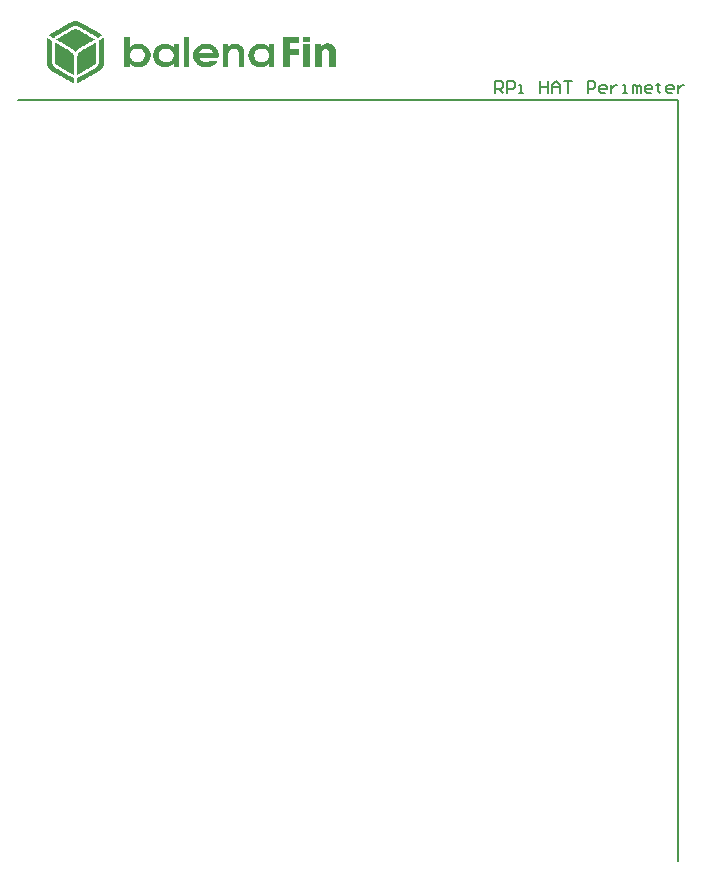
<source format=gto>
G04 Layer_Color=65535*
%FSLAX44Y44*%
%MOMM*%
G71*
G01*
G75*
%ADD11C,0.2000*%
G36*
X132935Y697384D02*
X134059D01*
Y697010D01*
X135183D01*
Y696635D01*
X135557D01*
Y696260D01*
X136307D01*
Y695886D01*
X136681D01*
Y695511D01*
X137056D01*
Y695136D01*
X137431D01*
Y694762D01*
X137806D01*
Y695136D01*
Y695511D01*
Y695886D01*
Y696260D01*
Y696635D01*
Y697010D01*
Y697384D01*
X142302D01*
Y697010D01*
Y696635D01*
Y696260D01*
Y695886D01*
Y695511D01*
Y695136D01*
Y694762D01*
Y694387D01*
Y694012D01*
Y693637D01*
Y693263D01*
Y692888D01*
Y692513D01*
Y692139D01*
Y691764D01*
Y691389D01*
Y691014D01*
Y690640D01*
Y690265D01*
Y689891D01*
Y689516D01*
Y689141D01*
Y688766D01*
Y688392D01*
Y688017D01*
Y687642D01*
Y687268D01*
Y686893D01*
Y686518D01*
Y686143D01*
Y685769D01*
Y685394D01*
Y685019D01*
Y684645D01*
Y684270D01*
Y683895D01*
Y683521D01*
Y683146D01*
Y682771D01*
Y682396D01*
Y682022D01*
Y681647D01*
Y681272D01*
Y680898D01*
Y680523D01*
Y680148D01*
Y679774D01*
Y679399D01*
Y679024D01*
Y678650D01*
Y678275D01*
X137806D01*
Y678650D01*
Y679024D01*
Y679399D01*
Y679774D01*
Y680148D01*
Y680523D01*
Y680898D01*
X137431D01*
Y680523D01*
X137056D01*
Y680148D01*
X136681D01*
Y679774D01*
X136307D01*
Y679399D01*
X135557D01*
Y679024D01*
X134808D01*
Y678650D01*
X134059D01*
Y678275D01*
X132935D01*
Y677900D01*
X128063D01*
Y678275D01*
X126939D01*
Y678650D01*
X125815D01*
Y679024D01*
X125066D01*
Y679399D01*
X124691D01*
Y679774D01*
X123942D01*
Y680148D01*
X123567D01*
Y680523D01*
X123192D01*
Y680898D01*
X122818D01*
Y681272D01*
X122443D01*
Y681647D01*
Y682022D01*
X122068D01*
Y682396D01*
X121694D01*
Y682771D01*
Y683146D01*
X121319D01*
Y683521D01*
Y683895D01*
X120944D01*
Y684270D01*
Y684645D01*
Y685019D01*
Y685394D01*
X120569D01*
Y685769D01*
Y686143D01*
Y686518D01*
Y686893D01*
Y687268D01*
Y687642D01*
Y688017D01*
Y688392D01*
Y688766D01*
Y689141D01*
Y689516D01*
Y689891D01*
Y690265D01*
X120944D01*
Y690640D01*
Y691014D01*
Y691389D01*
X121319D01*
Y691764D01*
Y692139D01*
Y692513D01*
X121694D01*
Y692888D01*
X122068D01*
Y693263D01*
Y693637D01*
X122443D01*
Y694012D01*
X122818D01*
Y694387D01*
X123192D01*
Y694762D01*
X123567D01*
Y695136D01*
X123942D01*
Y695511D01*
X124317D01*
Y695886D01*
X125066D01*
Y696260D01*
X125441D01*
Y696635D01*
X126190D01*
Y697010D01*
X126939D01*
Y697384D01*
X128438D01*
Y697759D01*
X132935D01*
Y697384D01*
D02*
G37*
G36*
X167781D02*
X169280D01*
Y697010D01*
X170030D01*
Y696635D01*
X170779D01*
Y696260D01*
X171528D01*
Y695886D01*
X171903D01*
Y695511D01*
X172278D01*
Y695136D01*
X172652D01*
Y694762D01*
X173402D01*
Y694387D01*
Y694012D01*
X173776D01*
Y693637D01*
X174151D01*
Y693263D01*
X174526D01*
Y692888D01*
Y692513D01*
X174901D01*
Y692139D01*
X175275D01*
Y691764D01*
Y691389D01*
Y691014D01*
X175650D01*
Y690640D01*
Y690265D01*
Y689891D01*
X176025D01*
Y689516D01*
Y689141D01*
Y688766D01*
Y688392D01*
Y688017D01*
Y687642D01*
Y687268D01*
Y686893D01*
Y686518D01*
Y686143D01*
X175650D01*
Y685769D01*
X159538D01*
Y685394D01*
X159913D01*
Y685019D01*
Y684645D01*
X160287D01*
Y684270D01*
Y683895D01*
X160662D01*
Y683521D01*
X161411D01*
Y683146D01*
X161786D01*
Y682771D01*
X162536D01*
Y682396D01*
X163660D01*
Y682022D01*
X167032D01*
Y682396D01*
X168156D01*
Y682771D01*
X168906D01*
Y683146D01*
X169655D01*
Y683521D01*
X174901D01*
Y683146D01*
Y682771D01*
X174526D01*
Y682396D01*
Y682022D01*
X174151D01*
Y681647D01*
X173776D01*
Y681272D01*
X173402D01*
Y680898D01*
X173027D01*
Y680523D01*
X172652D01*
Y680148D01*
X172278D01*
Y679774D01*
X171528D01*
Y679399D01*
X170779D01*
Y679024D01*
X170030D01*
Y678650D01*
X169280D01*
Y678275D01*
X167781D01*
Y677900D01*
X162536D01*
Y678275D01*
X161411D01*
Y678650D01*
X160287D01*
Y679024D01*
X159538D01*
Y679399D01*
X159163D01*
Y679774D01*
X158414D01*
Y680148D01*
X158039D01*
Y680523D01*
X157664D01*
Y680898D01*
X157290D01*
Y681272D01*
X156915D01*
Y681647D01*
X156540D01*
Y682022D01*
X156166D01*
Y682396D01*
Y682771D01*
X155791D01*
Y683146D01*
X155416D01*
Y683521D01*
Y683895D01*
X155042D01*
Y684270D01*
Y684645D01*
Y685019D01*
X154667D01*
Y685394D01*
Y685769D01*
Y686143D01*
Y686518D01*
Y686893D01*
X154292D01*
Y687268D01*
Y687642D01*
Y688017D01*
Y688392D01*
Y688766D01*
X154667D01*
Y689141D01*
Y689516D01*
Y689891D01*
Y690265D01*
Y690640D01*
X155042D01*
Y691014D01*
Y691389D01*
X155416D01*
Y691764D01*
Y692139D01*
X155791D01*
Y692513D01*
Y692888D01*
X156166D01*
Y693263D01*
X156540D01*
Y693637D01*
Y694012D01*
X156915D01*
Y694387D01*
X157290D01*
Y694762D01*
X157664D01*
Y695136D01*
X158414D01*
Y695511D01*
X158789D01*
Y695886D01*
X159163D01*
Y696260D01*
X159913D01*
Y696635D01*
X160662D01*
Y697010D01*
X161411D01*
Y697384D01*
X162910D01*
Y697759D01*
X167781D01*
Y697384D01*
D02*
G37*
G36*
X150920Y703380D02*
Y703005D01*
Y702630D01*
Y702255D01*
Y701881D01*
Y701506D01*
Y701131D01*
Y700757D01*
Y700382D01*
Y700007D01*
Y699633D01*
Y699258D01*
Y698883D01*
Y698509D01*
Y698134D01*
Y697759D01*
Y697384D01*
Y697010D01*
Y696635D01*
Y696260D01*
Y695886D01*
Y695511D01*
Y695136D01*
Y694762D01*
Y694387D01*
Y694012D01*
Y693637D01*
Y693263D01*
Y692888D01*
Y692513D01*
Y692139D01*
Y691764D01*
Y691389D01*
Y691014D01*
Y690640D01*
Y690265D01*
Y689891D01*
Y689516D01*
Y689141D01*
Y688766D01*
Y688392D01*
Y688017D01*
Y687642D01*
Y687268D01*
Y686893D01*
Y686518D01*
Y686143D01*
Y685769D01*
Y685394D01*
Y685019D01*
Y684645D01*
Y684270D01*
Y683895D01*
Y683521D01*
Y683146D01*
Y682771D01*
Y682396D01*
Y682022D01*
Y681647D01*
Y681272D01*
Y680898D01*
Y680523D01*
Y680148D01*
Y679774D01*
Y679399D01*
Y679024D01*
Y678650D01*
Y678275D01*
X146424D01*
Y678650D01*
Y679024D01*
Y679399D01*
Y679774D01*
Y680148D01*
Y680523D01*
Y680898D01*
Y681272D01*
Y681647D01*
Y682022D01*
Y682396D01*
Y682771D01*
Y683146D01*
Y683521D01*
Y683895D01*
Y684270D01*
Y684645D01*
Y685019D01*
Y685394D01*
Y685769D01*
Y686143D01*
Y686518D01*
Y686893D01*
Y687268D01*
Y687642D01*
Y688017D01*
Y688392D01*
Y688766D01*
Y689141D01*
Y689516D01*
Y689891D01*
Y690265D01*
Y690640D01*
Y691014D01*
Y691389D01*
Y691764D01*
Y692139D01*
Y692513D01*
Y692888D01*
Y693263D01*
Y693637D01*
Y694012D01*
Y694387D01*
Y694762D01*
Y695136D01*
Y695511D01*
Y695886D01*
Y696260D01*
Y696635D01*
Y697010D01*
Y697384D01*
Y697759D01*
Y698134D01*
Y698509D01*
Y698883D01*
Y699258D01*
Y699633D01*
Y700007D01*
Y700382D01*
Y700757D01*
Y701131D01*
Y701506D01*
Y701881D01*
Y702255D01*
Y702630D01*
Y703005D01*
Y703380D01*
Y703754D01*
X150920D01*
Y703380D01*
D02*
G37*
G36*
X244219D02*
Y703005D01*
Y702630D01*
Y702255D01*
Y701881D01*
Y701506D01*
Y701131D01*
Y700757D01*
Y700382D01*
Y700007D01*
Y699633D01*
Y699258D01*
Y698883D01*
Y698509D01*
Y698134D01*
X236726D01*
Y697759D01*
Y697384D01*
Y697010D01*
Y696635D01*
Y696260D01*
Y695886D01*
Y695511D01*
Y695136D01*
Y694762D01*
Y694387D01*
Y694012D01*
Y693637D01*
X243845D01*
Y693263D01*
Y692888D01*
Y692513D01*
Y692139D01*
Y691764D01*
Y691389D01*
Y691014D01*
Y690640D01*
Y690265D01*
Y689891D01*
Y689516D01*
Y689141D01*
Y688766D01*
Y688392D01*
Y688017D01*
X236726D01*
Y687642D01*
Y687268D01*
Y686893D01*
Y686518D01*
Y686143D01*
Y685769D01*
Y685394D01*
Y685019D01*
Y684645D01*
Y684270D01*
Y683895D01*
Y683521D01*
Y683146D01*
Y682771D01*
Y682396D01*
Y682022D01*
Y681647D01*
Y681272D01*
Y680898D01*
Y680523D01*
Y680148D01*
Y679774D01*
Y679399D01*
Y679024D01*
Y678650D01*
Y678275D01*
X230356D01*
Y678650D01*
Y679024D01*
Y679399D01*
Y679774D01*
Y680148D01*
Y680523D01*
Y680898D01*
Y681272D01*
Y681647D01*
Y682022D01*
Y682396D01*
Y682771D01*
Y683146D01*
Y683521D01*
Y683895D01*
Y684270D01*
Y684645D01*
Y685019D01*
Y685394D01*
Y685769D01*
Y686143D01*
Y686518D01*
Y686893D01*
Y687268D01*
Y687642D01*
Y688017D01*
Y688392D01*
Y688766D01*
Y689141D01*
Y689516D01*
Y689891D01*
Y690265D01*
Y690640D01*
Y691014D01*
Y691389D01*
Y691764D01*
Y692139D01*
Y692513D01*
Y692888D01*
Y693263D01*
Y693637D01*
Y694012D01*
Y694387D01*
Y694762D01*
Y695136D01*
Y695511D01*
Y695886D01*
Y696260D01*
Y696635D01*
Y697010D01*
Y697384D01*
Y697759D01*
Y698134D01*
Y698509D01*
Y698883D01*
Y699258D01*
Y699633D01*
Y700007D01*
Y700382D01*
Y700757D01*
Y701131D01*
Y701506D01*
Y701881D01*
Y702255D01*
Y702630D01*
Y703005D01*
Y703380D01*
Y703754D01*
X244219D01*
Y703380D01*
D02*
G37*
G36*
X213869Y697384D02*
X214993D01*
Y697010D01*
X215742D01*
Y696635D01*
X216492D01*
Y696260D01*
X216867D01*
Y695886D01*
X217616D01*
Y695511D01*
X217991D01*
Y695136D01*
X218365D01*
Y694762D01*
X218740D01*
Y695136D01*
Y695511D01*
Y695886D01*
Y696260D01*
Y696635D01*
Y697010D01*
Y697384D01*
X223237D01*
Y697010D01*
Y696635D01*
Y696260D01*
Y695886D01*
Y695511D01*
Y695136D01*
Y694762D01*
Y694387D01*
Y694012D01*
Y693637D01*
Y693263D01*
Y692888D01*
Y692513D01*
Y692139D01*
Y691764D01*
Y691389D01*
Y691014D01*
Y690640D01*
Y690265D01*
Y689891D01*
Y689516D01*
Y689141D01*
Y688766D01*
Y688392D01*
Y688017D01*
Y687642D01*
Y687268D01*
Y686893D01*
Y686518D01*
Y686143D01*
Y685769D01*
Y685394D01*
Y685019D01*
Y684645D01*
Y684270D01*
Y683895D01*
Y683521D01*
Y683146D01*
Y682771D01*
Y682396D01*
Y682022D01*
Y681647D01*
Y681272D01*
Y680898D01*
Y680523D01*
Y680148D01*
Y679774D01*
Y679399D01*
Y679024D01*
Y678650D01*
Y678275D01*
X218740D01*
Y678650D01*
Y679024D01*
Y679399D01*
Y679774D01*
Y680148D01*
Y680523D01*
Y680898D01*
X218365D01*
Y680523D01*
X217991D01*
Y680148D01*
X217616D01*
Y679774D01*
X217241D01*
Y679399D01*
X216492D01*
Y679024D01*
X215742D01*
Y678650D01*
X214993D01*
Y678275D01*
X213869D01*
Y677900D01*
X208998D01*
Y678275D01*
X207499D01*
Y678650D01*
X206750D01*
Y679024D01*
X206000D01*
Y679399D01*
X205626D01*
Y679774D01*
X204876D01*
Y680148D01*
X204502D01*
Y680523D01*
X204127D01*
Y680898D01*
X203752D01*
Y681272D01*
X203377D01*
Y681647D01*
X203003D01*
Y682022D01*
Y682396D01*
X202628D01*
Y682771D01*
Y683146D01*
X202253D01*
Y683521D01*
Y683895D01*
X201879D01*
Y684270D01*
Y684645D01*
Y685019D01*
X201504D01*
Y685394D01*
Y685769D01*
Y686143D01*
Y686518D01*
Y686893D01*
X201129D01*
Y687268D01*
Y687642D01*
Y688017D01*
Y688392D01*
Y688766D01*
X201504D01*
Y689141D01*
Y689516D01*
Y689891D01*
Y690265D01*
Y690640D01*
X201879D01*
Y691014D01*
Y691389D01*
Y691764D01*
X202253D01*
Y692139D01*
Y692513D01*
X202628D01*
Y692888D01*
Y693263D01*
X203003D01*
Y693637D01*
X203377D01*
Y694012D01*
X203752D01*
Y694387D01*
X204127D01*
Y694762D01*
X204502D01*
Y695136D01*
X204876D01*
Y695511D01*
X205251D01*
Y695886D01*
X205626D01*
Y696260D01*
X206375D01*
Y696635D01*
X207125D01*
Y697010D01*
X207874D01*
Y697384D01*
X209373D01*
Y697759D01*
X213869D01*
Y697384D01*
D02*
G37*
G36*
X78604Y701881D02*
Y701506D01*
Y701131D01*
Y700757D01*
Y700382D01*
Y700007D01*
Y699633D01*
Y699258D01*
Y698883D01*
Y698509D01*
Y698134D01*
Y697759D01*
Y697384D01*
Y697010D01*
Y696635D01*
Y696260D01*
Y695886D01*
Y695511D01*
Y695136D01*
Y694762D01*
Y694387D01*
Y694012D01*
Y693637D01*
Y693263D01*
Y692888D01*
Y692513D01*
Y692139D01*
Y691764D01*
Y691389D01*
Y691014D01*
Y690640D01*
Y690265D01*
Y689891D01*
Y689516D01*
Y689141D01*
Y688766D01*
Y688392D01*
Y688017D01*
Y687642D01*
Y687268D01*
Y686893D01*
Y686518D01*
Y686143D01*
Y685769D01*
Y685394D01*
Y685019D01*
Y684645D01*
Y684270D01*
Y683895D01*
Y683521D01*
Y683146D01*
Y682771D01*
Y682396D01*
Y682022D01*
Y681647D01*
Y681272D01*
Y680898D01*
Y680523D01*
Y680148D01*
Y679774D01*
Y679399D01*
Y679024D01*
X78229D01*
Y678650D01*
Y678275D01*
Y677900D01*
X77854D01*
Y677525D01*
X77479D01*
Y677151D01*
Y676776D01*
X77105D01*
Y676401D01*
X76730D01*
Y676027D01*
X76355D01*
Y675652D01*
X75981D01*
Y675277D01*
X75606D01*
Y674903D01*
X74857D01*
Y674528D01*
X74107D01*
Y674153D01*
X73732D01*
Y673779D01*
X72983D01*
Y673404D01*
X72234D01*
Y673029D01*
X71484D01*
Y672654D01*
X71109D01*
Y672280D01*
X70360D01*
Y671905D01*
X69611D01*
Y671530D01*
X69236D01*
Y671156D01*
X68487D01*
Y670781D01*
X67737D01*
Y670406D01*
X66988D01*
Y670032D01*
X66613D01*
Y669657D01*
X65864D01*
Y669282D01*
X65114D01*
Y668907D01*
X64365D01*
Y668533D01*
X63990D01*
Y668158D01*
X63241D01*
Y667783D01*
X62491D01*
Y667409D01*
X61742D01*
Y667034D01*
X61367D01*
Y666659D01*
X60618D01*
Y666284D01*
X59869D01*
Y665910D01*
X59119D01*
Y665535D01*
X58745D01*
Y665161D01*
X57995D01*
Y664786D01*
X56871D01*
Y664411D01*
X56122D01*
Y664786D01*
Y665161D01*
Y665535D01*
Y665910D01*
Y666284D01*
Y666659D01*
Y667034D01*
Y667409D01*
Y667783D01*
Y668158D01*
Y668533D01*
Y668907D01*
X57246D01*
Y669282D01*
X57995D01*
Y669657D01*
X58745D01*
Y670032D01*
X59494D01*
Y670406D01*
X60243D01*
Y670781D01*
X60618D01*
Y671156D01*
X61367D01*
Y671530D01*
X62117D01*
Y671905D01*
X62866D01*
Y672280D01*
X63241D01*
Y672654D01*
X63990D01*
Y673029D01*
X64740D01*
Y673404D01*
X65489D01*
Y673779D01*
X65864D01*
Y674153D01*
X66613D01*
Y674528D01*
X67363D01*
Y674903D01*
X68112D01*
Y675277D01*
X68487D01*
Y675652D01*
X69236D01*
Y676027D01*
X69985D01*
Y676401D01*
X70360D01*
Y676776D01*
X71109D01*
Y677151D01*
X71859D01*
Y677525D01*
X72234D01*
Y677900D01*
X72608D01*
Y678275D01*
X72983D01*
Y678650D01*
X73358D01*
Y679024D01*
X73732D01*
Y679399D01*
Y679774D01*
X74107D01*
Y680148D01*
Y680523D01*
X74482D01*
Y680898D01*
Y681272D01*
Y681647D01*
X74857D01*
Y682022D01*
Y682396D01*
Y682771D01*
Y683146D01*
Y683521D01*
Y683895D01*
Y684270D01*
Y684645D01*
Y685019D01*
Y685394D01*
Y685769D01*
Y686143D01*
Y686518D01*
Y686893D01*
Y687268D01*
Y687642D01*
Y688017D01*
Y688392D01*
Y688766D01*
Y689141D01*
Y689516D01*
Y689891D01*
Y690265D01*
Y690640D01*
Y691014D01*
Y691389D01*
Y691764D01*
Y692139D01*
Y692513D01*
Y692888D01*
Y693263D01*
Y693637D01*
Y694012D01*
Y694387D01*
Y694762D01*
Y695136D01*
Y695511D01*
Y695886D01*
Y696260D01*
Y696635D01*
Y697010D01*
Y697384D01*
Y697759D01*
Y698134D01*
Y698509D01*
Y698883D01*
Y699258D01*
X74482D01*
Y699633D01*
Y700007D01*
Y700382D01*
X74857D01*
Y700757D01*
X75606D01*
Y701131D01*
X76355D01*
Y701506D01*
X77105D01*
Y701881D01*
X77479D01*
Y702255D01*
X78604D01*
Y701881D01*
D02*
G37*
G36*
X31766D02*
X32516D01*
Y701506D01*
X33265D01*
Y701131D01*
X34015D01*
Y700757D01*
X34389D01*
Y700382D01*
X35139D01*
Y700007D01*
Y699633D01*
X34764D01*
Y699258D01*
Y698883D01*
Y698509D01*
Y698134D01*
Y697759D01*
Y697384D01*
Y697010D01*
Y696635D01*
Y696260D01*
Y695886D01*
Y695511D01*
Y695136D01*
Y694762D01*
Y694387D01*
Y694012D01*
Y693637D01*
Y693263D01*
Y692888D01*
Y692513D01*
Y692139D01*
Y691764D01*
Y691389D01*
Y691014D01*
Y690640D01*
Y690265D01*
Y689891D01*
Y689516D01*
Y689141D01*
Y688766D01*
Y688392D01*
Y688017D01*
Y687642D01*
Y687268D01*
Y686893D01*
Y686518D01*
Y686143D01*
Y685769D01*
Y685394D01*
Y685019D01*
Y684645D01*
Y684270D01*
Y683895D01*
Y683521D01*
Y683146D01*
Y682771D01*
Y682396D01*
Y682022D01*
Y681647D01*
X35139D01*
Y681272D01*
Y680898D01*
Y680523D01*
X35513D01*
Y680148D01*
Y679774D01*
X35888D01*
Y679399D01*
Y679024D01*
X36263D01*
Y678650D01*
X36637D01*
Y678275D01*
X37012D01*
Y677900D01*
X37387D01*
Y677525D01*
X37761D01*
Y677151D01*
X38511D01*
Y676776D01*
X38886D01*
Y676401D01*
X39635D01*
Y676027D01*
X40384D01*
Y675652D01*
X41134D01*
Y675277D01*
X41508D01*
Y674903D01*
X42258D01*
Y674528D01*
X43007D01*
Y674153D01*
X43382D01*
Y673779D01*
X44131D01*
Y673404D01*
X44881D01*
Y673029D01*
X45630D01*
Y672654D01*
X46005D01*
Y672280D01*
X46754D01*
Y671905D01*
X47504D01*
Y671530D01*
X48253D01*
Y671156D01*
X48628D01*
Y670781D01*
X49377D01*
Y670406D01*
X50127D01*
Y670032D01*
X50876D01*
Y669657D01*
X51251D01*
Y669282D01*
X52375D01*
Y668907D01*
X53499D01*
Y668533D01*
Y668158D01*
Y667783D01*
Y667409D01*
Y667034D01*
Y666659D01*
Y666284D01*
Y665910D01*
Y665535D01*
Y665161D01*
Y664786D01*
Y664411D01*
X52375D01*
Y664786D01*
X51625D01*
Y665161D01*
X50876D01*
Y665535D01*
X50127D01*
Y665910D01*
X49752D01*
Y666284D01*
X49002D01*
Y666659D01*
X48253D01*
Y667034D01*
X47504D01*
Y667409D01*
X47129D01*
Y667783D01*
X46380D01*
Y668158D01*
X45630D01*
Y668533D01*
X44881D01*
Y668907D01*
X44506D01*
Y669282D01*
X43757D01*
Y669657D01*
X43007D01*
Y670032D01*
X42633D01*
Y670406D01*
X41883D01*
Y670781D01*
X41134D01*
Y671156D01*
X40384D01*
Y671530D01*
X40010D01*
Y671905D01*
X39260D01*
Y672280D01*
X38511D01*
Y672654D01*
X37761D01*
Y673029D01*
X37387D01*
Y673404D01*
X36637D01*
Y673779D01*
X35888D01*
Y674153D01*
X35139D01*
Y674528D01*
X34764D01*
Y674903D01*
X34015D01*
Y675277D01*
X33640D01*
Y675652D01*
X33265D01*
Y676027D01*
X32891D01*
Y676401D01*
X32516D01*
Y676776D01*
X32141D01*
Y677151D01*
X31766D01*
Y677525D01*
Y677900D01*
X31392D01*
Y678275D01*
Y678650D01*
Y679024D01*
X31017D01*
Y679399D01*
Y679774D01*
Y680148D01*
Y680523D01*
Y680898D01*
X30642D01*
Y681272D01*
Y681647D01*
Y682022D01*
Y682396D01*
Y682771D01*
Y683146D01*
Y683521D01*
Y683895D01*
Y684270D01*
Y684645D01*
Y685019D01*
Y685394D01*
Y685769D01*
Y686143D01*
Y686518D01*
Y686893D01*
Y687268D01*
Y687642D01*
Y688017D01*
Y688392D01*
Y688766D01*
Y689141D01*
Y689516D01*
Y689891D01*
Y690265D01*
Y690640D01*
Y691014D01*
Y691389D01*
Y691764D01*
Y692139D01*
Y692513D01*
Y692888D01*
Y693263D01*
Y693637D01*
Y694012D01*
Y694387D01*
Y694762D01*
Y695136D01*
Y695511D01*
Y695886D01*
Y696260D01*
Y696635D01*
Y697010D01*
Y697384D01*
Y697759D01*
Y698134D01*
Y698509D01*
Y698883D01*
Y699258D01*
Y699633D01*
Y700007D01*
Y700382D01*
X31017D01*
Y700757D01*
Y701131D01*
Y701506D01*
Y701881D01*
Y702255D01*
X31766D01*
Y701881D01*
D02*
G37*
G36*
X37761Y698509D02*
X38511D01*
Y698134D01*
X38886D01*
Y697759D01*
X39635D01*
Y697384D01*
X40384D01*
Y697010D01*
X41134D01*
Y696635D01*
X41508D01*
Y696260D01*
X42258D01*
Y695886D01*
X43007D01*
Y695511D01*
X43757D01*
Y695136D01*
X44131D01*
Y694762D01*
X44881D01*
Y694387D01*
X45630D01*
Y694012D01*
X46005D01*
Y693637D01*
X46754D01*
Y693263D01*
X47504D01*
Y692888D01*
X48253D01*
Y692513D01*
X48628D01*
Y692139D01*
X49377D01*
Y691764D01*
X50127D01*
Y691389D01*
X50501D01*
Y691014D01*
X50876D01*
Y690640D01*
X51251D01*
Y690265D01*
X51625D01*
Y689891D01*
X52000D01*
Y689516D01*
X52375D01*
Y689141D01*
X52749D01*
Y688766D01*
Y688392D01*
X53124D01*
Y688017D01*
Y687642D01*
Y687268D01*
X53499D01*
Y686893D01*
Y686518D01*
Y686143D01*
Y685769D01*
Y685394D01*
Y685019D01*
Y684645D01*
Y684270D01*
Y683895D01*
Y683521D01*
Y683146D01*
Y682771D01*
Y682396D01*
Y682022D01*
Y681647D01*
Y681272D01*
Y680898D01*
Y680523D01*
Y680148D01*
Y679774D01*
Y679399D01*
Y679024D01*
Y678650D01*
Y678275D01*
Y677900D01*
Y677525D01*
Y677151D01*
Y676776D01*
Y676401D01*
Y676027D01*
Y675652D01*
Y675277D01*
Y674903D01*
Y674528D01*
Y674153D01*
Y673779D01*
Y673404D01*
Y673029D01*
Y672654D01*
Y672280D01*
Y671905D01*
Y671530D01*
X52749D01*
Y671905D01*
X52000D01*
Y672280D01*
X51251D01*
Y672654D01*
X50501D01*
Y673029D01*
X50127D01*
Y673404D01*
X49377D01*
Y673779D01*
X48628D01*
Y674153D01*
X47878D01*
Y674528D01*
X47504D01*
Y674903D01*
X46754D01*
Y675277D01*
X46005D01*
Y675652D01*
X45255D01*
Y676027D01*
X44881D01*
Y676401D01*
X44131D01*
Y676776D01*
X43382D01*
Y677151D01*
X43007D01*
Y677525D01*
X42258D01*
Y677900D01*
X41508D01*
Y678275D01*
X40759D01*
Y678650D01*
X40384D01*
Y679024D01*
X39635D01*
Y679399D01*
X38886D01*
Y679774D01*
X38511D01*
Y680148D01*
X38136D01*
Y680523D01*
Y680898D01*
X37761D01*
Y681272D01*
Y681647D01*
X37387D01*
Y682022D01*
Y682396D01*
Y682771D01*
Y683146D01*
X37012D01*
Y683521D01*
Y683895D01*
Y684270D01*
Y684645D01*
Y685019D01*
Y685394D01*
Y685769D01*
Y686143D01*
Y686518D01*
Y686893D01*
Y687268D01*
Y687642D01*
Y688017D01*
Y688392D01*
Y688766D01*
Y689141D01*
Y689516D01*
Y689891D01*
Y690265D01*
Y690640D01*
Y691014D01*
Y691389D01*
Y691764D01*
Y692139D01*
Y692513D01*
Y692888D01*
Y693263D01*
Y693637D01*
Y694012D01*
Y694387D01*
Y694762D01*
Y695136D01*
Y695511D01*
Y695886D01*
Y696260D01*
Y696635D01*
Y697010D01*
Y697384D01*
Y697759D01*
Y698134D01*
X37387D01*
Y698509D01*
Y698883D01*
X37761D01*
Y698509D01*
D02*
G37*
G36*
X101085Y703380D02*
Y703005D01*
Y702630D01*
Y702255D01*
Y701881D01*
Y701506D01*
Y701131D01*
Y700757D01*
Y700382D01*
Y700007D01*
Y699633D01*
Y699258D01*
Y698883D01*
Y698509D01*
Y698134D01*
Y697759D01*
Y697384D01*
Y697010D01*
Y696635D01*
Y696260D01*
Y695886D01*
Y695511D01*
Y695136D01*
X101460D01*
Y695511D01*
X101835D01*
Y695886D01*
X102209D01*
Y696260D01*
X102959D01*
Y696635D01*
X103334D01*
Y697010D01*
X104458D01*
Y697384D01*
X105582D01*
Y697759D01*
X110453D01*
Y697384D01*
X111577D01*
Y697010D01*
X112326D01*
Y696635D01*
X113076D01*
Y696260D01*
X113825D01*
Y695886D01*
X114200D01*
Y695511D01*
X114574D01*
Y695136D01*
X115324D01*
Y694762D01*
X115698D01*
Y694387D01*
Y694012D01*
X116073D01*
Y693637D01*
X116448D01*
Y693263D01*
X116823D01*
Y692888D01*
Y692513D01*
X117197D01*
Y692139D01*
Y691764D01*
X117572D01*
Y691389D01*
Y691014D01*
X117947D01*
Y690640D01*
Y690265D01*
Y689891D01*
Y689516D01*
X118321D01*
Y689141D01*
Y688766D01*
Y688392D01*
Y688017D01*
Y687642D01*
Y687268D01*
Y686893D01*
Y686518D01*
Y686143D01*
X117947D01*
Y685769D01*
Y685394D01*
Y685019D01*
Y684645D01*
X117572D01*
Y684270D01*
Y683895D01*
X117197D01*
Y683521D01*
Y683146D01*
X116823D01*
Y682771D01*
Y682396D01*
X116448D01*
Y682022D01*
Y681647D01*
X116073D01*
Y681272D01*
X115698D01*
Y680898D01*
X115324D01*
Y680523D01*
X114949D01*
Y680148D01*
X114574D01*
Y679774D01*
X114200D01*
Y679399D01*
X113450D01*
Y679024D01*
X112701D01*
Y678650D01*
X111952D01*
Y678275D01*
X110453D01*
Y677900D01*
X105582D01*
Y678275D01*
X104458D01*
Y678650D01*
X103334D01*
Y679024D01*
X102959D01*
Y679399D01*
X102209D01*
Y679774D01*
X101835D01*
Y680148D01*
X101460D01*
Y680523D01*
X101085D01*
Y680898D01*
X100711D01*
Y680523D01*
Y680148D01*
Y679774D01*
Y679399D01*
Y679024D01*
Y678650D01*
Y678275D01*
X96214D01*
Y678650D01*
Y679024D01*
Y679399D01*
Y679774D01*
Y680148D01*
Y680523D01*
Y680898D01*
Y681272D01*
Y681647D01*
Y682022D01*
Y682396D01*
Y682771D01*
Y683146D01*
Y683521D01*
Y683895D01*
Y684270D01*
Y684645D01*
Y685019D01*
Y685394D01*
Y685769D01*
Y686143D01*
Y686518D01*
Y686893D01*
Y687268D01*
Y687642D01*
Y688017D01*
Y688392D01*
Y688766D01*
Y689141D01*
Y689516D01*
Y689891D01*
Y690265D01*
Y690640D01*
Y691014D01*
Y691389D01*
Y691764D01*
Y692139D01*
Y692513D01*
Y692888D01*
Y693263D01*
Y693637D01*
Y694012D01*
Y694387D01*
Y694762D01*
Y695136D01*
Y695511D01*
Y695886D01*
Y696260D01*
Y696635D01*
Y697010D01*
Y697384D01*
Y697759D01*
Y698134D01*
Y698509D01*
Y698883D01*
Y699258D01*
Y699633D01*
Y700007D01*
Y700382D01*
Y700757D01*
Y701131D01*
Y701506D01*
Y701881D01*
Y702255D01*
Y702630D01*
Y703005D01*
Y703380D01*
Y703754D01*
X101085D01*
Y703380D01*
D02*
G37*
G36*
X72234Y698509D02*
Y698134D01*
Y697759D01*
Y697384D01*
Y697010D01*
Y696635D01*
Y696260D01*
Y695886D01*
Y695511D01*
Y695136D01*
Y694762D01*
Y694387D01*
Y694012D01*
Y693637D01*
Y693263D01*
Y692888D01*
Y692513D01*
Y692139D01*
Y691764D01*
Y691389D01*
Y691014D01*
Y690640D01*
Y690265D01*
Y689891D01*
Y689516D01*
Y689141D01*
Y688766D01*
Y688392D01*
Y688017D01*
Y687642D01*
Y687268D01*
Y686893D01*
Y686518D01*
Y686143D01*
Y685769D01*
Y685394D01*
Y685019D01*
Y684645D01*
Y684270D01*
Y683895D01*
Y683521D01*
Y683146D01*
Y682771D01*
Y682396D01*
Y682022D01*
Y681647D01*
X71859D01*
Y681272D01*
Y680898D01*
X71484D01*
Y680523D01*
X71109D01*
Y680148D01*
Y679774D01*
X70360D01*
Y679399D01*
X69985D01*
Y679024D01*
X69236D01*
Y678650D01*
X68861D01*
Y678275D01*
X68112D01*
Y677900D01*
X67363D01*
Y677525D01*
X66613D01*
Y677151D01*
X66238D01*
Y676776D01*
X65489D01*
Y676401D01*
X64740D01*
Y676027D01*
X63990D01*
Y675652D01*
X63616D01*
Y675277D01*
X62866D01*
Y674903D01*
X62117D01*
Y674528D01*
X61367D01*
Y674153D01*
X60993D01*
Y673779D01*
X60243D01*
Y673404D01*
X59494D01*
Y673029D01*
X58745D01*
Y672654D01*
X58370D01*
Y672280D01*
X57621D01*
Y671905D01*
X56871D01*
Y671530D01*
X56122D01*
Y671905D01*
Y672280D01*
Y672654D01*
Y673029D01*
Y673404D01*
Y673779D01*
Y674153D01*
Y674528D01*
Y674903D01*
Y675277D01*
Y675652D01*
Y676027D01*
Y676401D01*
Y676776D01*
Y677151D01*
Y677525D01*
Y677900D01*
Y678275D01*
Y678650D01*
Y679024D01*
Y679399D01*
Y679774D01*
Y680148D01*
Y680523D01*
Y680898D01*
Y681272D01*
Y681647D01*
Y682022D01*
Y682396D01*
Y682771D01*
Y683146D01*
Y683521D01*
Y683895D01*
Y684270D01*
Y684645D01*
Y685019D01*
Y685394D01*
Y685769D01*
Y686143D01*
Y686518D01*
Y686893D01*
Y687268D01*
Y687642D01*
X56496D01*
Y688017D01*
Y688392D01*
X56871D01*
Y688766D01*
Y689141D01*
X57246D01*
Y689516D01*
Y689891D01*
X57621D01*
Y690265D01*
X57995D01*
Y690640D01*
X58370D01*
Y691014D01*
X59119D01*
Y691389D01*
X59494D01*
Y691764D01*
X60243D01*
Y692139D01*
X60618D01*
Y692513D01*
X61367D01*
Y692888D01*
X62117D01*
Y693263D01*
X62866D01*
Y693637D01*
X63241D01*
Y694012D01*
X63990D01*
Y694387D01*
X64740D01*
Y694762D01*
X65114D01*
Y695136D01*
X65864D01*
Y695511D01*
X66613D01*
Y695886D01*
X67363D01*
Y696260D01*
X67737D01*
Y696635D01*
X68487D01*
Y697010D01*
X69236D01*
Y697384D01*
X69985D01*
Y697759D01*
X70360D01*
Y698134D01*
X71109D01*
Y698509D01*
X71859D01*
Y698883D01*
X72234D01*
Y698509D01*
D02*
G37*
G36*
X269324Y697759D02*
X270823D01*
Y697384D01*
X271947D01*
Y697010D01*
X272322D01*
Y696635D01*
X273071D01*
Y696260D01*
X273446D01*
Y695886D01*
Y695511D01*
X273821D01*
Y695136D01*
X274195D01*
Y694762D01*
Y694387D01*
X274570D01*
Y694012D01*
Y693637D01*
X274945D01*
Y693263D01*
Y692888D01*
Y692513D01*
Y692139D01*
Y691764D01*
Y691389D01*
X275319D01*
Y691014D01*
Y690640D01*
Y690265D01*
Y689891D01*
Y689516D01*
Y689141D01*
Y688766D01*
Y688392D01*
Y688017D01*
Y687642D01*
Y687268D01*
Y686893D01*
Y686518D01*
Y686143D01*
Y685769D01*
Y685394D01*
Y685019D01*
Y684645D01*
Y684270D01*
Y683895D01*
Y683521D01*
Y683146D01*
Y682771D01*
Y682396D01*
Y682022D01*
Y681647D01*
Y681272D01*
Y680898D01*
Y680523D01*
Y680148D01*
Y679774D01*
Y679399D01*
Y679024D01*
Y678650D01*
Y678275D01*
X269699D01*
Y678650D01*
Y679024D01*
Y679399D01*
Y679774D01*
Y680148D01*
Y680523D01*
Y680898D01*
Y681272D01*
Y681647D01*
Y682022D01*
Y682396D01*
Y682771D01*
Y683146D01*
Y683521D01*
Y683895D01*
Y684270D01*
Y684645D01*
Y685019D01*
Y685394D01*
Y685769D01*
Y686143D01*
Y686518D01*
Y686893D01*
Y687268D01*
Y687642D01*
Y688017D01*
Y688392D01*
Y688766D01*
Y689141D01*
Y689516D01*
Y689891D01*
Y690265D01*
X269324D01*
Y690640D01*
Y691014D01*
Y691389D01*
X268950D01*
Y691764D01*
Y692139D01*
X268575D01*
Y692513D01*
X267451D01*
Y692888D01*
X265203D01*
Y692513D01*
X264453D01*
Y692139D01*
X264079D01*
Y691764D01*
X263704D01*
Y691389D01*
Y691014D01*
X263329D01*
Y690640D01*
Y690265D01*
Y689891D01*
Y689516D01*
Y689141D01*
Y688766D01*
Y688392D01*
Y688017D01*
Y687642D01*
Y687268D01*
Y686893D01*
Y686518D01*
Y686143D01*
Y685769D01*
Y685394D01*
Y685019D01*
Y684645D01*
Y684270D01*
Y683895D01*
Y683521D01*
Y683146D01*
Y682771D01*
Y682396D01*
Y682022D01*
Y681647D01*
Y681272D01*
Y680898D01*
Y680523D01*
Y680148D01*
Y679774D01*
Y679399D01*
Y679024D01*
Y678650D01*
Y678275D01*
X257709D01*
Y678650D01*
Y679024D01*
Y679399D01*
Y679774D01*
Y680148D01*
Y680523D01*
Y680898D01*
Y681272D01*
Y681647D01*
Y682022D01*
Y682396D01*
Y682771D01*
Y683146D01*
Y683521D01*
Y683895D01*
Y684270D01*
Y684645D01*
Y685019D01*
Y685394D01*
Y685769D01*
Y686143D01*
Y686518D01*
Y686893D01*
Y687268D01*
Y687642D01*
Y688017D01*
Y688392D01*
Y688766D01*
Y689141D01*
Y689516D01*
Y689891D01*
Y690265D01*
Y690640D01*
Y691014D01*
Y691389D01*
Y691764D01*
Y692139D01*
Y692513D01*
Y692888D01*
Y693263D01*
Y693637D01*
Y694012D01*
Y694387D01*
Y694762D01*
Y695136D01*
Y695511D01*
Y695886D01*
Y696260D01*
Y696635D01*
Y697010D01*
Y697384D01*
X262580D01*
Y697010D01*
Y696635D01*
Y696260D01*
Y695886D01*
Y695511D01*
X263329D01*
Y695886D01*
X263704D01*
Y696260D01*
Y696635D01*
X264453D01*
Y697010D01*
X264828D01*
Y697384D01*
X265577D01*
Y697759D01*
X267076D01*
Y698134D01*
X269324D01*
Y697759D01*
D02*
G37*
G36*
X191762Y697384D02*
X192886D01*
Y697010D01*
X193635D01*
Y696635D01*
X194385D01*
Y696260D01*
X195134D01*
Y695886D01*
X195509D01*
Y695511D01*
X195884D01*
Y695136D01*
X196258D01*
Y694762D01*
X196633D01*
Y694387D01*
Y694012D01*
X197008D01*
Y693637D01*
Y693263D01*
X197382D01*
Y692888D01*
Y692513D01*
Y692139D01*
X197757D01*
Y691764D01*
Y691389D01*
Y691014D01*
Y690640D01*
Y690265D01*
Y689891D01*
Y689516D01*
Y689141D01*
Y688766D01*
Y688392D01*
Y688017D01*
Y687642D01*
Y687268D01*
Y686893D01*
Y686518D01*
Y686143D01*
Y685769D01*
Y685394D01*
Y685019D01*
Y684645D01*
Y684270D01*
Y683895D01*
Y683521D01*
Y683146D01*
Y682771D01*
Y682396D01*
Y682022D01*
Y681647D01*
Y681272D01*
Y680898D01*
Y680523D01*
Y680148D01*
Y679774D01*
Y679399D01*
Y679024D01*
Y678650D01*
Y678275D01*
X193261D01*
Y678650D01*
Y679024D01*
Y679399D01*
Y679774D01*
Y680148D01*
Y680523D01*
Y680898D01*
Y681272D01*
Y681647D01*
Y682022D01*
Y682396D01*
Y682771D01*
Y683146D01*
Y683521D01*
Y683895D01*
Y684270D01*
Y684645D01*
Y685019D01*
Y685394D01*
Y685769D01*
Y686143D01*
Y686518D01*
Y686893D01*
Y687268D01*
Y687642D01*
Y688017D01*
Y688392D01*
X192886D01*
Y688766D01*
Y689141D01*
Y689516D01*
Y689891D01*
Y690265D01*
Y690640D01*
Y691014D01*
X192511D01*
Y691389D01*
Y691764D01*
X192137D01*
Y692139D01*
X191762D01*
Y692513D01*
X191387D01*
Y692888D01*
X191013D01*
Y693263D01*
X189888D01*
Y693637D01*
X187640D01*
Y693263D01*
X186516D01*
Y692888D01*
X186141D01*
Y692513D01*
X185392D01*
Y692139D01*
Y691764D01*
X185017D01*
Y691389D01*
X184643D01*
Y691014D01*
Y690640D01*
Y690265D01*
Y689891D01*
X184268D01*
Y689516D01*
Y689141D01*
Y688766D01*
Y688392D01*
Y688017D01*
Y687642D01*
Y687268D01*
Y686893D01*
Y686518D01*
Y686143D01*
Y685769D01*
Y685394D01*
Y685019D01*
Y684645D01*
Y684270D01*
Y683895D01*
Y683521D01*
Y683146D01*
Y682771D01*
Y682396D01*
Y682022D01*
Y681647D01*
Y681272D01*
Y680898D01*
Y680523D01*
Y680148D01*
Y679774D01*
Y679399D01*
Y679024D01*
Y678650D01*
Y678275D01*
X179397D01*
Y678650D01*
Y679024D01*
Y679399D01*
Y679774D01*
Y680148D01*
Y680523D01*
Y680898D01*
Y681272D01*
Y681647D01*
Y682022D01*
Y682396D01*
Y682771D01*
Y683146D01*
Y683521D01*
Y683895D01*
Y684270D01*
Y684645D01*
Y685019D01*
Y685394D01*
Y685769D01*
Y686143D01*
Y686518D01*
Y686893D01*
Y687268D01*
Y687642D01*
Y688017D01*
Y688392D01*
Y688766D01*
Y689141D01*
Y689516D01*
Y689891D01*
Y690265D01*
Y690640D01*
Y691014D01*
Y691389D01*
Y691764D01*
Y692139D01*
Y692513D01*
Y692888D01*
Y693263D01*
Y693637D01*
Y694012D01*
Y694387D01*
Y694762D01*
Y695136D01*
Y695511D01*
Y695886D01*
Y696260D01*
Y696635D01*
Y697010D01*
Y697384D01*
X183893D01*
Y697010D01*
Y696635D01*
Y696260D01*
Y695886D01*
Y695511D01*
X184268D01*
Y695886D01*
X184643D01*
Y696260D01*
X185392D01*
Y696635D01*
X185767D01*
Y697010D01*
X186516D01*
Y697384D01*
X188015D01*
Y697759D01*
X191762D01*
Y697384D01*
D02*
G37*
G36*
X56122Y709749D02*
X56871D01*
Y709375D01*
X57621D01*
Y709000D01*
X58370D01*
Y708625D01*
X59119D01*
Y708251D01*
X59494D01*
Y707876D01*
X60243D01*
Y707501D01*
X60993D01*
Y707126D01*
X61742D01*
Y706752D01*
X62117D01*
Y706377D01*
X62866D01*
Y706002D01*
X63616D01*
Y705628D01*
X64365D01*
Y705253D01*
X64740D01*
Y704878D01*
X65489D01*
Y704504D01*
X66238D01*
Y704129D01*
X66613D01*
Y703754D01*
X67363D01*
Y703380D01*
X68112D01*
Y703005D01*
X68861D01*
Y702630D01*
X69236D01*
Y702255D01*
X69985D01*
Y701881D01*
X70360D01*
Y701506D01*
X71109D01*
Y701131D01*
X70360D01*
Y700757D01*
X69985D01*
Y700382D01*
X69236D01*
Y700007D01*
X68487D01*
Y699633D01*
X67737D01*
Y699258D01*
X67363D01*
Y698883D01*
X66613D01*
Y698509D01*
X65864D01*
Y698134D01*
X65489D01*
Y697759D01*
X64740D01*
Y697384D01*
X63990D01*
Y697010D01*
X63241D01*
Y696635D01*
X62866D01*
Y696260D01*
X62117D01*
Y695886D01*
X61367D01*
Y695511D01*
X60618D01*
Y695136D01*
X60243D01*
Y694762D01*
X59494D01*
Y694387D01*
X58745D01*
Y694012D01*
X57995D01*
Y693637D01*
X57621D01*
Y693263D01*
X57246D01*
Y692888D01*
X56496D01*
Y692513D01*
X56122D01*
Y692139D01*
X55747D01*
Y691764D01*
X55372D01*
Y691389D01*
X54998D01*
Y691014D01*
Y690640D01*
X54623D01*
Y691014D01*
X54248D01*
Y691389D01*
X53874D01*
Y691764D01*
Y692139D01*
X53499D01*
Y692513D01*
X52749D01*
Y692888D01*
X52375D01*
Y693263D01*
X52000D01*
Y693637D01*
X51251D01*
Y694012D01*
X50501D01*
Y694387D01*
X50127D01*
Y694762D01*
X49377D01*
Y695136D01*
X48628D01*
Y695511D01*
X48253D01*
Y695886D01*
X47504D01*
Y696260D01*
X46754D01*
Y696635D01*
X46005D01*
Y697010D01*
X45630D01*
Y697384D01*
X44881D01*
Y697759D01*
X44131D01*
Y698134D01*
X43382D01*
Y698509D01*
X43007D01*
Y698883D01*
X42258D01*
Y699258D01*
X41508D01*
Y699633D01*
X40759D01*
Y700007D01*
X40384D01*
Y700382D01*
X39635D01*
Y700757D01*
X38886D01*
Y701131D01*
X38511D01*
Y701506D01*
X38886D01*
Y701881D01*
X39635D01*
Y702255D01*
X40010D01*
Y702630D01*
X40759D01*
Y703005D01*
X41508D01*
Y703380D01*
X42258D01*
Y703754D01*
X42633D01*
Y704129D01*
X43382D01*
Y704504D01*
X44131D01*
Y704878D01*
X44881D01*
Y705253D01*
X45255D01*
Y705628D01*
X46005D01*
Y706002D01*
X46754D01*
Y706377D01*
X47504D01*
Y706752D01*
X47878D01*
Y707126D01*
X48628D01*
Y707501D01*
X49377D01*
Y707876D01*
X49752D01*
Y708251D01*
X50501D01*
Y708625D01*
X51251D01*
Y709000D01*
X52000D01*
Y709375D01*
X52375D01*
Y709749D01*
X53499D01*
Y710124D01*
X56122D01*
Y709749D01*
D02*
G37*
G36*
X253212Y697010D02*
Y696635D01*
Y696260D01*
Y695886D01*
Y695511D01*
Y695136D01*
Y694762D01*
Y694387D01*
Y694012D01*
Y693637D01*
Y693263D01*
Y692888D01*
Y692513D01*
Y692139D01*
Y691764D01*
Y691389D01*
Y691014D01*
Y690640D01*
Y690265D01*
Y689891D01*
Y689516D01*
Y689141D01*
Y688766D01*
Y688392D01*
Y688017D01*
Y687642D01*
Y687268D01*
Y686893D01*
Y686518D01*
Y686143D01*
Y685769D01*
Y685394D01*
Y685019D01*
Y684645D01*
Y684270D01*
Y683895D01*
Y683521D01*
Y683146D01*
Y682771D01*
Y682396D01*
Y682022D01*
Y681647D01*
Y681272D01*
Y680898D01*
Y680523D01*
Y680148D01*
Y679774D01*
Y679399D01*
Y679024D01*
Y678650D01*
Y678275D01*
X247592D01*
Y678650D01*
Y679024D01*
Y679399D01*
Y679774D01*
Y680148D01*
Y680523D01*
Y680898D01*
Y681272D01*
Y681647D01*
Y682022D01*
Y682396D01*
Y682771D01*
Y683146D01*
Y683521D01*
Y683895D01*
Y684270D01*
Y684645D01*
Y685019D01*
Y685394D01*
Y685769D01*
Y686143D01*
Y686518D01*
Y686893D01*
Y687268D01*
Y687642D01*
Y688017D01*
Y688392D01*
Y688766D01*
Y689141D01*
Y689516D01*
Y689891D01*
Y690265D01*
Y690640D01*
Y691014D01*
Y691389D01*
Y691764D01*
Y692139D01*
Y692513D01*
Y692888D01*
Y693263D01*
Y693637D01*
Y694012D01*
Y694387D01*
Y694762D01*
Y695136D01*
Y695511D01*
Y695886D01*
Y696260D01*
Y696635D01*
Y697010D01*
Y697384D01*
X253212D01*
Y697010D01*
D02*
G37*
G36*
X55747Y716869D02*
X57246D01*
Y716494D01*
X57995D01*
Y716119D01*
X58745D01*
Y715744D01*
X59494D01*
Y715370D01*
X60243D01*
Y714995D01*
X60618D01*
Y714621D01*
X61367D01*
Y714246D01*
X62117D01*
Y713871D01*
X62866D01*
Y713496D01*
X63241D01*
Y713122D01*
X63990D01*
Y712747D01*
X64740D01*
Y712372D01*
X65489D01*
Y711998D01*
X65864D01*
Y711623D01*
X66613D01*
Y711248D01*
X67363D01*
Y710873D01*
X67737D01*
Y710499D01*
X68487D01*
Y710124D01*
X69236D01*
Y709749D01*
X69985D01*
Y709375D01*
X70360D01*
Y709000D01*
X71109D01*
Y708625D01*
X71859D01*
Y708251D01*
X72608D01*
Y707876D01*
X72983D01*
Y707501D01*
X73732D01*
Y707126D01*
X74482D01*
Y706752D01*
X75231D01*
Y706377D01*
X75606D01*
Y706002D01*
X75981D01*
Y705628D01*
X76355D01*
Y705253D01*
X76730D01*
Y704878D01*
X77105D01*
Y704504D01*
X76355D01*
Y704129D01*
X75606D01*
Y703754D01*
X75231D01*
Y703380D01*
X74482D01*
Y703005D01*
X73732D01*
Y702630D01*
X72983D01*
Y703005D01*
X72608D01*
Y703380D01*
X72234D01*
Y703754D01*
X71859D01*
Y704129D01*
X71109D01*
Y704504D01*
X70360D01*
Y704878D01*
X69985D01*
Y705253D01*
X69236D01*
Y705628D01*
X68487D01*
Y706002D01*
X67737D01*
Y706377D01*
X67363D01*
Y706752D01*
X66613D01*
Y707126D01*
X65864D01*
Y707501D01*
X65114D01*
Y707876D01*
X64740D01*
Y708251D01*
X63990D01*
Y708625D01*
X63241D01*
Y709000D01*
X62491D01*
Y709375D01*
X62117D01*
Y709749D01*
X61367D01*
Y710124D01*
X60618D01*
Y710499D01*
X60243D01*
Y710873D01*
X59494D01*
Y711248D01*
X58745D01*
Y711623D01*
X57995D01*
Y711998D01*
X57246D01*
Y712372D01*
X55372D01*
Y712747D01*
X54248D01*
Y712372D01*
X52375D01*
Y711998D01*
X51251D01*
Y711623D01*
X50876D01*
Y711248D01*
X50127D01*
Y710873D01*
X49377D01*
Y710499D01*
X48628D01*
Y710124D01*
X48253D01*
Y709749D01*
X47504D01*
Y709375D01*
X46754D01*
Y709000D01*
X46380D01*
Y708625D01*
X45630D01*
Y708251D01*
X44881D01*
Y707876D01*
X44131D01*
Y707501D01*
X43757D01*
Y707126D01*
X43007D01*
Y706752D01*
X42258D01*
Y706377D01*
X41508D01*
Y706002D01*
X41134D01*
Y705628D01*
X40384D01*
Y705253D01*
X39635D01*
Y704878D01*
X38886D01*
Y704504D01*
X38511D01*
Y704129D01*
X37761D01*
Y703754D01*
X37387D01*
Y703380D01*
X37012D01*
Y703005D01*
X36637D01*
Y702630D01*
X35888D01*
Y703005D01*
X35139D01*
Y703380D01*
X34389D01*
Y703754D01*
X33640D01*
Y704129D01*
X33265D01*
Y704504D01*
X32516D01*
Y704878D01*
X32891D01*
Y705253D01*
Y705628D01*
X33640D01*
Y706002D01*
X34015D01*
Y706377D01*
X34389D01*
Y706752D01*
X35139D01*
Y707126D01*
X35888D01*
Y707501D01*
X36263D01*
Y707876D01*
X37012D01*
Y708251D01*
X37761D01*
Y708625D01*
X38511D01*
Y709000D01*
X38886D01*
Y709375D01*
X39635D01*
Y709749D01*
X40384D01*
Y710124D01*
X41134D01*
Y710499D01*
X41508D01*
Y710873D01*
X42258D01*
Y711248D01*
X43007D01*
Y711623D01*
X43757D01*
Y711998D01*
X44131D01*
Y712372D01*
X44881D01*
Y712747D01*
X45630D01*
Y713122D01*
X46005D01*
Y713496D01*
X46754D01*
Y713871D01*
X47504D01*
Y714246D01*
X48253D01*
Y714621D01*
X48628D01*
Y714995D01*
X49377D01*
Y715370D01*
X50127D01*
Y715744D01*
X50876D01*
Y716119D01*
X51251D01*
Y716494D01*
X52375D01*
Y716869D01*
X53499D01*
Y717243D01*
X55747D01*
Y716869D01*
D02*
G37*
G36*
X253212Y703380D02*
Y703005D01*
Y702630D01*
Y702255D01*
Y701881D01*
Y701506D01*
Y701131D01*
Y700757D01*
Y700382D01*
Y700007D01*
Y699633D01*
X247592D01*
Y700007D01*
Y700382D01*
Y700757D01*
Y701131D01*
Y701506D01*
Y701881D01*
Y702255D01*
Y702630D01*
Y703005D01*
Y703380D01*
Y703754D01*
X253212D01*
Y703380D01*
D02*
G37*
%LPC*%
G36*
X132935Y693637D02*
X130312D01*
Y693263D01*
X128813D01*
Y692888D01*
X128063D01*
Y692513D01*
X127689D01*
Y692139D01*
X126939D01*
Y691764D01*
X126565D01*
Y691389D01*
Y691014D01*
X126190D01*
Y690640D01*
X125815D01*
Y690265D01*
Y689891D01*
X125441D01*
Y689516D01*
Y689141D01*
Y688766D01*
Y688392D01*
Y688017D01*
Y687642D01*
Y687268D01*
Y686893D01*
Y686518D01*
Y686143D01*
Y685769D01*
X125815D01*
Y685394D01*
Y685019D01*
X126190D01*
Y684645D01*
Y684270D01*
X126565D01*
Y683895D01*
X126939D01*
Y683521D01*
X127314D01*
Y683146D01*
X128063D01*
Y682771D01*
X128813D01*
Y682396D01*
X129562D01*
Y682022D01*
X133309D01*
Y682396D01*
X134433D01*
Y682771D01*
X135183D01*
Y683146D01*
X135557D01*
Y683521D01*
X136307D01*
Y683895D01*
Y684270D01*
X136681D01*
Y684645D01*
X137056D01*
Y685019D01*
Y685394D01*
X137431D01*
Y685769D01*
Y686143D01*
Y686518D01*
X137806D01*
Y686893D01*
X138180D01*
Y687268D01*
Y687642D01*
X137806D01*
Y688017D01*
Y688392D01*
Y688766D01*
Y689141D01*
X137431D01*
Y689516D01*
Y689891D01*
Y690265D01*
X137056D01*
Y690640D01*
Y691014D01*
X136681D01*
Y691389D01*
X136307D01*
Y691764D01*
X135932D01*
Y692139D01*
X135557D01*
Y692513D01*
X135183D01*
Y692888D01*
X134433D01*
Y693263D01*
X132935D01*
Y693637D01*
D02*
G37*
G36*
X166657D02*
X164034D01*
Y693263D01*
X162910D01*
Y692888D01*
X162161D01*
Y692513D01*
X161411D01*
Y692139D01*
X161037D01*
Y691764D01*
X160662D01*
Y691389D01*
X160287D01*
Y691014D01*
X159913D01*
Y690640D01*
X159538D01*
Y690265D01*
Y689891D01*
X171154D01*
Y690265D01*
Y690640D01*
X170779D01*
Y691014D01*
X170404D01*
Y691389D01*
Y691764D01*
X170030D01*
Y692139D01*
X169280D01*
Y692513D01*
X168906D01*
Y692888D01*
X168156D01*
Y693263D01*
X166657D01*
Y693637D01*
D02*
G37*
G36*
X213869D02*
X210872D01*
Y693263D01*
X209747D01*
Y692888D01*
X208998D01*
Y692513D01*
X208249D01*
Y692139D01*
X207874D01*
Y691764D01*
X207499D01*
Y691389D01*
X207125D01*
Y691014D01*
Y690640D01*
X206750D01*
Y690265D01*
Y689891D01*
X206375D01*
Y689516D01*
Y689141D01*
Y688766D01*
X206000D01*
Y688392D01*
Y688017D01*
Y687642D01*
Y687268D01*
Y686893D01*
Y686518D01*
X206375D01*
Y686143D01*
Y685769D01*
Y685394D01*
X206750D01*
Y685019D01*
Y684645D01*
X207125D01*
Y684270D01*
X207499D01*
Y683895D01*
X207874D01*
Y683521D01*
X208249D01*
Y683146D01*
X208623D01*
Y682771D01*
X209373D01*
Y682396D01*
X210497D01*
Y682022D01*
X214244D01*
Y682396D01*
X215368D01*
Y682771D01*
X216117D01*
Y683146D01*
X216492D01*
Y683521D01*
X216867D01*
Y683895D01*
X217241D01*
Y684270D01*
X217616D01*
Y684645D01*
X217991D01*
Y685019D01*
Y685394D01*
X218365D01*
Y685769D01*
Y686143D01*
Y686518D01*
Y686893D01*
X218740D01*
Y687268D01*
Y687642D01*
Y688017D01*
Y688392D01*
Y688766D01*
X218365D01*
Y689141D01*
Y689516D01*
Y689891D01*
Y690265D01*
X217991D01*
Y690640D01*
Y691014D01*
X217616D01*
Y691389D01*
X217241D01*
Y691764D01*
X216867D01*
Y692139D01*
X216492D01*
Y692513D01*
X216117D01*
Y692888D01*
X215368D01*
Y693263D01*
X213869D01*
Y693637D01*
D02*
G37*
G36*
X108954D02*
X105956D01*
Y693263D01*
X104458D01*
Y692888D01*
X103708D01*
Y692513D01*
X103334D01*
Y692139D01*
X102584D01*
Y691764D01*
X102209D01*
Y691389D01*
X101835D01*
Y691014D01*
Y690640D01*
X101460D01*
Y690265D01*
Y689891D01*
X101085D01*
Y689516D01*
Y689141D01*
Y688766D01*
Y688392D01*
Y688017D01*
Y687642D01*
Y687268D01*
Y686893D01*
Y686518D01*
Y686143D01*
Y685769D01*
X101460D01*
Y685394D01*
Y685019D01*
X101835D01*
Y684645D01*
X102209D01*
Y684270D01*
Y683895D01*
X102584D01*
Y683521D01*
X102959D01*
Y683146D01*
X103708D01*
Y682771D01*
X104458D01*
Y682396D01*
X105582D01*
Y682022D01*
X108954D01*
Y682396D01*
X110078D01*
Y682771D01*
X110827D01*
Y683146D01*
X111577D01*
Y683521D01*
X111952D01*
Y683895D01*
X112326D01*
Y684270D01*
Y684645D01*
X112701D01*
Y685019D01*
X113076D01*
Y685394D01*
Y685769D01*
Y686143D01*
X113450D01*
Y686518D01*
Y686893D01*
Y687268D01*
Y687642D01*
Y688017D01*
Y688392D01*
Y688766D01*
Y689141D01*
Y689516D01*
X113076D01*
Y689891D01*
Y690265D01*
X112701D01*
Y690640D01*
Y691014D01*
X112326D01*
Y691389D01*
X111952D01*
Y691764D01*
X111577D01*
Y692139D01*
X111202D01*
Y692513D01*
X110827D01*
Y692888D01*
X110078D01*
Y693263D01*
X108954D01*
Y693637D01*
D02*
G37*
%LPD*%
D11*
X565000Y6000D02*
Y650000D01*
X6000D02*
X565000D01*
Y6000D02*
Y650000D01*
X6000D02*
X565000D01*
X6000D02*
X565000D01*
Y6000D02*
Y650000D01*
X410000Y656000D02*
Y665997D01*
X414998D01*
X416665Y664331D01*
Y660998D01*
X414998Y659332D01*
X410000D01*
X413332D02*
X416665Y656000D01*
X419997D02*
Y665997D01*
X424995D01*
X426661Y664331D01*
Y660998D01*
X424995Y659332D01*
X419997D01*
X429994Y656000D02*
X433326D01*
X431660D01*
Y662664D01*
X429994D01*
X448321Y665997D02*
Y656000D01*
Y660998D01*
X454986D01*
Y665997D01*
Y656000D01*
X458318D02*
Y662664D01*
X461650Y665997D01*
X464982Y662664D01*
Y656000D01*
Y660998D01*
X458318D01*
X468315Y665997D02*
X474979D01*
X471647D01*
Y656000D01*
X488308D02*
Y665997D01*
X493307D01*
X494973Y664331D01*
Y660998D01*
X493307Y659332D01*
X488308D01*
X503303Y656000D02*
X499971D01*
X498305Y657666D01*
Y660998D01*
X499971Y662664D01*
X503303D01*
X504969Y660998D01*
Y659332D01*
X498305D01*
X508302Y662664D02*
Y656000D01*
Y659332D01*
X509968Y660998D01*
X511634Y662664D01*
X513300D01*
X518298Y656000D02*
X521631D01*
X519965D01*
Y662664D01*
X518298D01*
X526629Y656000D02*
Y662664D01*
X528295D01*
X529961Y660998D01*
Y656000D01*
Y660998D01*
X531628Y662664D01*
X533294Y660998D01*
Y656000D01*
X541624D02*
X538292D01*
X536626Y657666D01*
Y660998D01*
X538292Y662664D01*
X541624D01*
X543290Y660998D01*
Y659332D01*
X536626D01*
X548289Y664331D02*
Y662664D01*
X546623D01*
X549955D01*
X548289D01*
Y657666D01*
X549955Y656000D01*
X559952D02*
X556619D01*
X554953Y657666D01*
Y660998D01*
X556619Y662664D01*
X559952D01*
X561618Y660998D01*
Y659332D01*
X554953D01*
X564950Y662664D02*
Y656000D01*
Y659332D01*
X566616Y660998D01*
X568282Y662664D01*
X569948D01*
M02*

</source>
